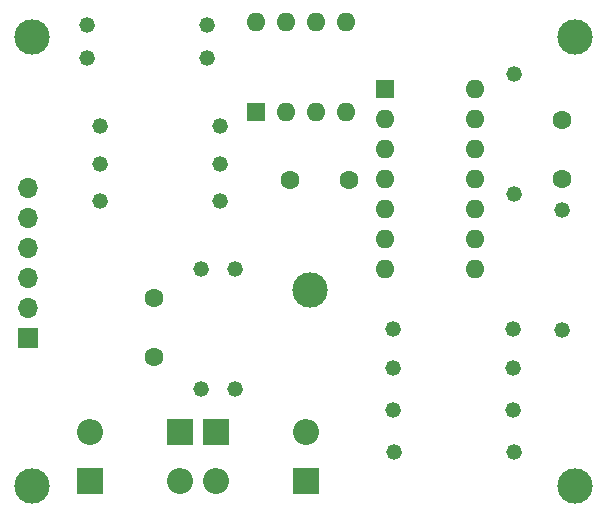
<source format=gbr>
%TF.GenerationSoftware,KiCad,Pcbnew,(6.0.0-0)*%
%TF.CreationDate,2022-01-05T21:11:28+01:00*%
%TF.ProjectId,218_trigger_mod,3231385f-7472-4696-9767-65725f6d6f64,rev?*%
%TF.SameCoordinates,Original*%
%TF.FileFunction,Soldermask,Top*%
%TF.FilePolarity,Negative*%
%FSLAX46Y46*%
G04 Gerber Fmt 4.6, Leading zero omitted, Abs format (unit mm)*
G04 Created by KiCad (PCBNEW (6.0.0-0)) date 2022-01-05 21:11:28*
%MOMM*%
%LPD*%
G01*
G04 APERTURE LIST*
%ADD10R,1.600000X1.600000*%
%ADD11O,1.600000X1.600000*%
%ADD12R,1.700000X1.700000*%
%ADD13O,1.700000X1.700000*%
%ADD14C,1.320800*%
%ADD15C,1.600000*%
%ADD16C,3.000000*%
%ADD17R,2.200000X2.200000*%
%ADD18O,2.200000X2.200000*%
G04 APERTURE END LIST*
D10*
%TO.C,U1*%
X150610000Y-88655000D03*
D11*
X150610000Y-91195000D03*
X150610000Y-93735000D03*
X150610000Y-96275000D03*
X150610000Y-98815000D03*
X150610000Y-101355000D03*
X150610000Y-103895000D03*
X158230000Y-103895000D03*
X158230000Y-101355000D03*
X158230000Y-98815000D03*
X158230000Y-96275000D03*
X158230000Y-93735000D03*
X158230000Y-91195000D03*
X158230000Y-88655000D03*
%TD*%
D12*
%TO.C,J1*%
X120396000Y-109728000D03*
D13*
X120396000Y-107188000D03*
X120396000Y-104648000D03*
X120396000Y-102108000D03*
X120396000Y-99568000D03*
X120396000Y-97028000D03*
%TD*%
D14*
%TO.C,R5*%
X137900000Y-114080000D03*
X137900000Y-103920000D03*
%TD*%
%TO.C,R2*%
X151290000Y-115824000D03*
X161450000Y-115824000D03*
%TD*%
%TO.C,R8*%
X161544000Y-119380000D03*
X151384000Y-119380000D03*
%TD*%
%TO.C,R11*%
X136652000Y-95000000D03*
X126492000Y-95000000D03*
%TD*%
%TO.C,R12*%
X136652000Y-91750000D03*
X126492000Y-91750000D03*
%TD*%
D15*
%TO.C,C2*%
X165608000Y-96250000D03*
X165608000Y-91250000D03*
%TD*%
D14*
%TO.C,R10*%
X126492000Y-98160000D03*
X136652000Y-98160000D03*
%TD*%
%TO.C,R6*%
X151290000Y-108940000D03*
X161450000Y-108940000D03*
%TD*%
D10*
%TO.C,U2*%
X139700000Y-90550000D03*
D11*
X142240000Y-90550000D03*
X144780000Y-90550000D03*
X147320000Y-90550000D03*
X147320000Y-82930000D03*
X144780000Y-82930000D03*
X142240000Y-82930000D03*
X139700000Y-82930000D03*
%TD*%
D14*
%TO.C,R9*%
X161544000Y-97536000D03*
X161544000Y-87376000D03*
%TD*%
D16*
%TO.C,REF\u002A\u002A*%
X166750000Y-122250000D03*
%TD*%
D17*
%TO.C,D1*%
X133240000Y-117640000D03*
D18*
X125620000Y-117640000D03*
%TD*%
D14*
%TO.C,R13*%
X125420000Y-83250000D03*
X135580000Y-83250000D03*
%TD*%
D16*
%TO.C,REF\u002A\u002A*%
X120750000Y-122250000D03*
%TD*%
D17*
%TO.C,D2*%
X136350000Y-117640000D03*
D18*
X143970000Y-117640000D03*
%TD*%
D15*
%TO.C,C3*%
X147610000Y-96350000D03*
X142610000Y-96350000D03*
%TD*%
D17*
%TO.C,D3*%
X125620000Y-121870000D03*
D18*
X133240000Y-121870000D03*
%TD*%
D15*
%TO.C,C1*%
X131050000Y-111350000D03*
X131050000Y-106350000D03*
%TD*%
D16*
%TO.C,REF\u002A\u002A*%
X144272000Y-105664000D03*
%TD*%
D14*
%TO.C,R3*%
X125420000Y-86000000D03*
X135580000Y-86000000D03*
%TD*%
D17*
%TO.C,D4*%
X143970000Y-121870000D03*
D18*
X136350000Y-121870000D03*
%TD*%
D14*
%TO.C,R4*%
X151290000Y-112268000D03*
X161450000Y-112268000D03*
%TD*%
D16*
%TO.C,REF\u002A\u002A*%
X120750000Y-84250000D03*
%TD*%
D14*
%TO.C,R1*%
X135050000Y-103920000D03*
X135050000Y-114080000D03*
%TD*%
D16*
%TO.C,REF\u002A\u002A*%
X166750000Y-84250000D03*
%TD*%
D14*
%TO.C,R7*%
X165608000Y-109080000D03*
X165608000Y-98920000D03*
%TD*%
M02*

</source>
